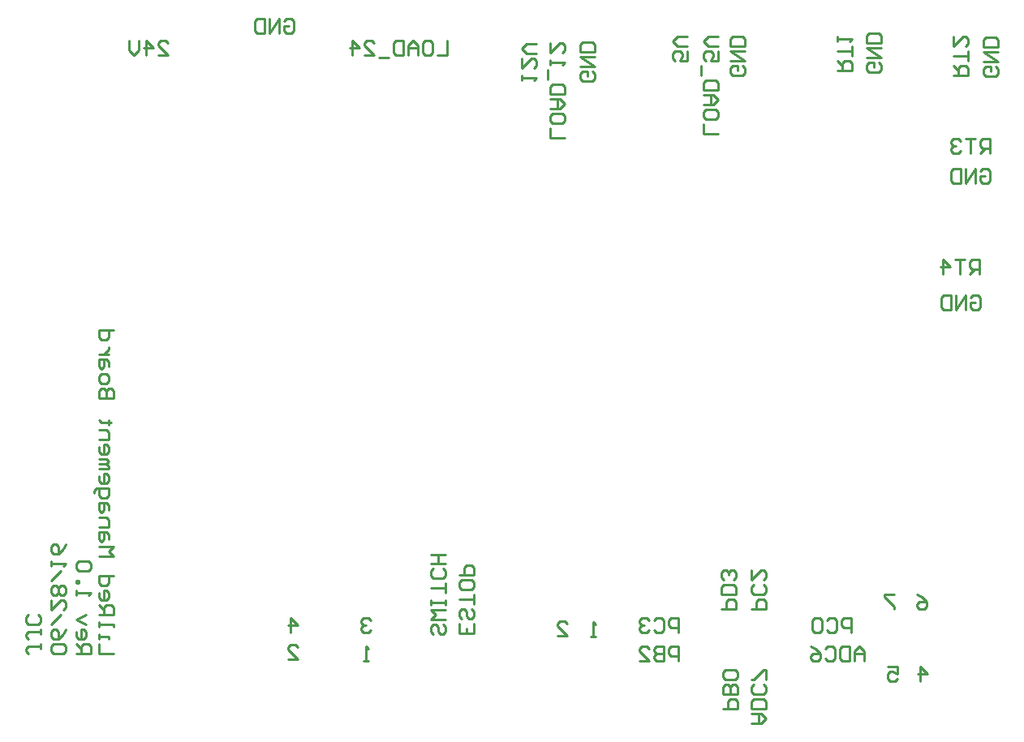
<source format=gbo>
%FSLAX24Y24*%
%MOIN*%
G70*
G01*
G75*
G04 Layer_Color=32896*
%ADD10R,0.0551X0.0591*%
%ADD11R,0.0354X0.0394*%
%ADD12R,0.0394X0.0354*%
%ADD13R,0.0315X0.0354*%
%ADD14R,0.0354X0.0315*%
%ADD15R,0.0591X0.0512*%
%ADD16R,0.0512X0.0591*%
%ADD17R,0.0610X0.0591*%
%ADD18R,0.0532X0.0157*%
%ADD19R,0.0433X0.0709*%
%ADD20O,0.0138X0.0669*%
%ADD21O,0.0886X0.0157*%
%ADD22O,0.0236X0.0768*%
%ADD23O,0.0768X0.0236*%
%ADD24R,0.0827X0.0157*%
%ADD25R,0.0394X0.0394*%
%ADD26R,0.0394X0.0394*%
%ADD27R,0.0512X0.1063*%
%ADD28R,0.0315X0.0315*%
%ADD29R,0.0315X0.0315*%
%ADD30R,0.0118X0.0571*%
%ADD31R,0.2047X0.3445*%
%ADD32C,0.0100*%
%ADD33C,0.0200*%
%ADD34C,0.0198*%
%ADD35C,0.3500*%
%ADD36C,0.0500*%
%ADD37C,0.0787*%
%ADD38C,0.1575*%
%ADD39C,0.0610*%
%ADD40C,0.0492*%
%ADD41C,0.0750*%
%ADD42C,0.0394*%
%ADD43C,0.2200*%
%ADD44C,0.0300*%
%ADD45C,0.0100*%
%ADD46C,0.0098*%
%ADD47C,0.0236*%
%ADD48C,0.0157*%
%ADD49C,0.0079*%
%ADD50C,0.0080*%
%ADD51R,0.0631X0.0671*%
%ADD52R,0.0434X0.0474*%
%ADD53R,0.0474X0.0434*%
%ADD54R,0.0395X0.0434*%
%ADD55R,0.0434X0.0395*%
%ADD56R,0.0671X0.0592*%
%ADD57R,0.0592X0.0671*%
%ADD58R,0.0690X0.0671*%
%ADD59R,0.0612X0.0237*%
%ADD60R,0.0513X0.0789*%
%ADD61O,0.0218X0.0749*%
%ADD62O,0.0966X0.0237*%
%ADD63O,0.0316X0.0848*%
%ADD64O,0.0848X0.0316*%
%ADD65R,0.0907X0.0237*%
%ADD66R,0.0474X0.0474*%
%ADD67R,0.0474X0.0474*%
%ADD68R,0.0592X0.1143*%
%ADD69R,0.0395X0.0395*%
%ADD70R,0.0395X0.0395*%
%ADD71R,0.0198X0.0651*%
%ADD72R,0.2127X0.3525*%
%ADD73C,0.0867*%
%ADD74C,0.1655*%
%ADD75C,0.0690*%
%ADD76C,0.0572*%
%ADD77C,0.0830*%
%ADD78C,0.0474*%
%ADD79C,0.2280*%
%ADD80C,0.0380*%
D32*
X1338Y3894D02*
Y3694D01*
Y3794D01*
X838D01*
X738Y3694D01*
Y3594D01*
X838Y3494D01*
X1338Y4494D02*
Y4294D01*
Y4394D01*
X838D01*
X738Y4294D01*
Y4194D01*
X838Y4094D01*
X1238Y5094D02*
X1338Y4994D01*
Y4794D01*
X1238Y4694D01*
X838D01*
X738Y4794D01*
Y4994D01*
X838Y5094D01*
X2271Y3494D02*
X2371Y3594D01*
Y3794D01*
X2271Y3894D01*
X1872D01*
X1772Y3794D01*
Y3594D01*
X1872Y3494D01*
X2271D01*
X2371Y4494D02*
X2271Y4294D01*
X2072Y4094D01*
X1872D01*
X1772Y4194D01*
Y4394D01*
X1872Y4494D01*
X1972D01*
X2072Y4394D01*
Y4094D01*
X1772Y4694D02*
X2172Y5094D01*
X1772Y5693D02*
Y5294D01*
X2172Y5693D01*
X2271D01*
X2371Y5593D01*
Y5393D01*
X2271Y5294D01*
Y5893D02*
X2371Y5993D01*
Y6193D01*
X2271Y6293D01*
X2172D01*
X2072Y6193D01*
X1972Y6293D01*
X1872D01*
X1772Y6193D01*
Y5993D01*
X1872Y5893D01*
X1972D01*
X2072Y5993D01*
X2172Y5893D01*
X2271D01*
X2072Y5993D02*
Y6193D01*
X1772Y6493D02*
X2172Y6893D01*
X1772Y7093D02*
Y7293D01*
Y7193D01*
X2371D01*
X2271Y7093D01*
X2371Y7993D02*
X2271Y7793D01*
X2072Y7593D01*
X1872D01*
X1772Y7693D01*
Y7893D01*
X1872Y7993D01*
X1972D01*
X2072Y7893D01*
Y7593D01*
X2805Y3494D02*
X3405D01*
Y3794D01*
X3305Y3894D01*
X3105D01*
X3005Y3794D01*
Y3494D01*
Y3694D02*
X2805Y3894D01*
Y4394D02*
Y4194D01*
X2905Y4094D01*
X3105D01*
X3205Y4194D01*
Y4394D01*
X3105Y4494D01*
X3005D01*
Y4094D01*
X3205Y4694D02*
X2805Y4894D01*
X3205Y5094D01*
X2805Y5893D02*
Y6093D01*
Y5993D01*
X3405D01*
X3305Y5893D01*
X2805Y6393D02*
X2905D01*
Y6493D01*
X2805D01*
Y6393D01*
X3305Y6893D02*
X3405Y6993D01*
Y7193D01*
X3305Y7293D01*
X2905D01*
X2805Y7193D01*
Y6993D01*
X2905Y6893D01*
X3305D01*
X4340Y3494D02*
X3740D01*
Y3894D01*
Y4094D02*
Y4294D01*
Y4194D01*
X4140D01*
Y4094D01*
X3740Y4594D02*
Y4794D01*
Y4694D01*
X4340D01*
Y4594D01*
X3740Y5094D02*
X4340D01*
Y5393D01*
X4240Y5493D01*
X4040D01*
X3940Y5393D01*
Y5094D01*
Y5294D02*
X3740Y5493D01*
Y5993D02*
Y5793D01*
X3840Y5693D01*
X4040D01*
X4140Y5793D01*
Y5993D01*
X4040Y6093D01*
X3940D01*
Y5693D01*
X4340Y6693D02*
X3740D01*
Y6393D01*
X3840Y6293D01*
X4040D01*
X4140Y6393D01*
Y6693D01*
X3740Y7493D02*
X4340D01*
X4140Y7693D01*
X4340Y7893D01*
X3740D01*
X4140Y8193D02*
Y8393D01*
X4040Y8492D01*
X3740D01*
Y8193D01*
X3840Y8093D01*
X3940Y8193D01*
Y8492D01*
X3740Y8692D02*
X4140D01*
Y8992D01*
X4040Y9092D01*
X3740D01*
X4140Y9392D02*
Y9592D01*
X4040Y9692D01*
X3740D01*
Y9392D01*
X3840Y9292D01*
X3940Y9392D01*
Y9692D01*
X3540Y10092D02*
Y10192D01*
X3640Y10292D01*
X4140D01*
Y9992D01*
X4040Y9892D01*
X3840D01*
X3740Y9992D01*
Y10292D01*
Y10792D02*
Y10592D01*
X3840Y10492D01*
X4040D01*
X4140Y10592D01*
Y10792D01*
X4040Y10892D01*
X3940D01*
Y10492D01*
X3740Y11092D02*
X4140D01*
Y11192D01*
X4040Y11292D01*
X3740D01*
X4040D01*
X4140Y11392D01*
X4040Y11492D01*
X3740D01*
Y11991D02*
Y11791D01*
X3840Y11691D01*
X4040D01*
X4140Y11791D01*
Y11991D01*
X4040Y12091D01*
X3940D01*
Y11691D01*
X3740Y12291D02*
X4140D01*
Y12591D01*
X4040Y12691D01*
X3740D01*
X4240Y12991D02*
X4140D01*
Y12891D01*
Y13091D01*
Y12991D01*
X3840D01*
X3740Y13091D01*
X4340Y13991D02*
X3740D01*
Y14291D01*
X3840Y14391D01*
X3940D01*
X4040Y14291D01*
Y13991D01*
Y14291D01*
X4140Y14391D01*
X4240D01*
X4340Y14291D01*
Y13991D01*
X3740Y14690D02*
Y14890D01*
X3840Y14990D01*
X4040D01*
X4140Y14890D01*
Y14690D01*
X4040Y14591D01*
X3840D01*
X3740Y14690D01*
X4140Y15290D02*
Y15490D01*
X4040Y15590D01*
X3740D01*
Y15290D01*
X3840Y15190D01*
X3940Y15290D01*
Y15590D01*
X4140Y15790D02*
X3740D01*
X3940D01*
X4040Y15890D01*
X4140Y15990D01*
Y16090D01*
X4340Y16790D02*
X3740D01*
Y16490D01*
X3840Y16390D01*
X4040D01*
X4140Y16490D01*
Y16790D01*
X29331Y5315D02*
X29931D01*
Y5615D01*
X29831Y5715D01*
X29631D01*
X29531Y5615D01*
Y5315D01*
X29931Y5915D02*
X29331D01*
Y6215D01*
X29431Y6315D01*
X29831D01*
X29931Y6215D01*
Y5915D01*
X29831Y6515D02*
X29931Y6615D01*
Y6814D01*
X29831Y6914D01*
X29731D01*
X29631Y6814D01*
Y6715D01*
Y6814D01*
X29531Y6914D01*
X29431D01*
X29331Y6814D01*
Y6615D01*
X29431Y6515D01*
X35187Y3199D02*
Y3599D01*
X34987Y3799D01*
X34787Y3599D01*
Y3199D01*
Y3499D01*
X35187D01*
X34587Y3799D02*
Y3199D01*
X34287D01*
X34187Y3299D01*
Y3699D01*
X34287Y3799D01*
X34587D01*
X33588Y3699D02*
X33687Y3799D01*
X33887D01*
X33987Y3699D01*
Y3299D01*
X33887Y3199D01*
X33687D01*
X33588Y3299D01*
X32988Y3799D02*
X33188Y3699D01*
X33388Y3499D01*
Y3299D01*
X33288Y3199D01*
X33088D01*
X32988Y3299D01*
Y3399D01*
X33088Y3499D01*
X33388D01*
X27559Y3199D02*
Y3799D01*
X27259D01*
X27159Y3699D01*
Y3499D01*
X27259Y3399D01*
X27559D01*
X26959Y3799D02*
Y3199D01*
X26659D01*
X26559Y3299D01*
Y3399D01*
X26659Y3499D01*
X26959D01*
X26659D01*
X26559Y3599D01*
Y3699D01*
X26659Y3799D01*
X26959D01*
X25960Y3199D02*
X26359D01*
X25960Y3599D01*
Y3699D01*
X26060Y3799D01*
X26259D01*
X26359Y3699D01*
X30561Y640D02*
X30961D01*
X31161Y840D01*
X30961Y1040D01*
X30561D01*
X30861D01*
Y640D01*
X31161Y1240D02*
X30561D01*
Y1539D01*
X30661Y1639D01*
X31061D01*
X31161Y1539D01*
Y1240D01*
X31061Y2239D02*
X31161Y2139D01*
Y1939D01*
X31061Y1839D01*
X30661D01*
X30561Y1939D01*
Y2139D01*
X30661Y2239D01*
X31161Y2439D02*
Y2839D01*
X31061D01*
X30661Y2439D01*
X30561D01*
X34646Y4380D02*
Y4980D01*
X34346D01*
X34246Y4880D01*
Y4680D01*
X34346Y4580D01*
X34646D01*
X33646Y4880D02*
X33746Y4980D01*
X33946D01*
X34046Y4880D01*
Y4480D01*
X33946Y4380D01*
X33746D01*
X33646Y4480D01*
X33446Y4880D02*
X33346Y4980D01*
X33146D01*
X33046Y4880D01*
Y4480D01*
X33146Y4380D01*
X33346D01*
X33446Y4480D01*
Y4880D01*
X29380Y1230D02*
X29980D01*
Y1530D01*
X29880Y1630D01*
X29680D01*
X29580Y1530D01*
Y1230D01*
X29980Y1830D02*
X29380D01*
Y2130D01*
X29480Y2230D01*
X29580D01*
X29680Y2130D01*
Y1830D01*
Y2130D01*
X29780Y2230D01*
X29880D01*
X29980Y2130D01*
Y1830D01*
X29880Y2430D02*
X29980Y2530D01*
Y2730D01*
X29880Y2830D01*
X29480D01*
X29380Y2730D01*
Y2530D01*
X29480Y2430D01*
X29880D01*
X30561Y5315D02*
X31161D01*
Y5615D01*
X31061Y5715D01*
X30861D01*
X30761Y5615D01*
Y5315D01*
X31061Y6315D02*
X31161Y6215D01*
Y6015D01*
X31061Y5915D01*
X30661D01*
X30561Y6015D01*
Y6215D01*
X30661Y6315D01*
X30561Y6914D02*
Y6515D01*
X30961Y6914D01*
X31061D01*
X31161Y6814D01*
Y6615D01*
X31061Y6515D01*
X27559Y4380D02*
Y4980D01*
X27259D01*
X27159Y4880D01*
Y4680D01*
X27259Y4580D01*
X27559D01*
X26559Y4880D02*
X26659Y4980D01*
X26859D01*
X26959Y4880D01*
Y4480D01*
X26859Y4380D01*
X26659D01*
X26559Y4480D01*
X26359Y4880D02*
X26259Y4980D01*
X26060D01*
X25960Y4880D01*
Y4780D01*
X26060Y4680D01*
X26160D01*
X26060D01*
X25960Y4580D01*
Y4480D01*
X26060Y4380D01*
X26259D01*
X26359Y4480D01*
X37486Y2362D02*
Y2962D01*
X37786Y2662D01*
X37386D01*
X37337Y5915D02*
X37537Y5815D01*
X37737Y5615D01*
Y5415D01*
X37637Y5315D01*
X37437D01*
X37337Y5415D01*
Y5515D01*
X37437Y5615D01*
X37737D01*
X36156Y2962D02*
X36556D01*
Y2662D01*
X36356Y2762D01*
X36256D01*
X36156Y2662D01*
Y2462D01*
X36256Y2362D01*
X36456D01*
X36556Y2462D01*
X36408Y5915D02*
X36008D01*
Y5815D01*
X36408Y5415D01*
Y5315D01*
X24163Y4183D02*
X23963D01*
X24063D01*
Y4783D01*
X24163Y4683D01*
X22582Y4232D02*
X22982D01*
X22582Y4632D01*
Y4732D01*
X22682Y4832D01*
X22882D01*
X22982Y4732D01*
X19153Y4731D02*
Y4331D01*
X18553D01*
Y4731D01*
X18853Y4331D02*
Y4531D01*
X19053Y5330D02*
X19153Y5230D01*
Y5030D01*
X19053Y4931D01*
X18953D01*
X18853Y5030D01*
Y5230D01*
X18753Y5330D01*
X18653D01*
X18553Y5230D01*
Y5030D01*
X18653Y4931D01*
X19153Y5530D02*
Y5930D01*
Y5730D01*
X18553D01*
X19153Y6430D02*
Y6230D01*
X19053Y6130D01*
X18653D01*
X18553Y6230D01*
Y6430D01*
X18653Y6530D01*
X19053D01*
X19153Y6430D01*
X18553Y6730D02*
X19153D01*
Y7030D01*
X19053Y7130D01*
X18853D01*
X18753Y7030D01*
Y6730D01*
X17872Y4681D02*
X17972Y4581D01*
Y4381D01*
X17872Y4281D01*
X17772D01*
X17672Y4381D01*
Y4581D01*
X17572Y4681D01*
X17472D01*
X17372Y4581D01*
Y4381D01*
X17472Y4281D01*
X17972Y4881D02*
X17372D01*
X17572Y5081D01*
X17372Y5281D01*
X17972D01*
Y5481D02*
Y5681D01*
Y5581D01*
X17372D01*
Y5481D01*
Y5681D01*
X17972Y5981D02*
Y6381D01*
Y6181D01*
X17372D01*
X17872Y6981D02*
X17972Y6881D01*
Y6681D01*
X17872Y6581D01*
X17472D01*
X17372Y6681D01*
Y6881D01*
X17472Y6981D01*
X17972Y7181D02*
X17372D01*
X17672D01*
Y7580D01*
X17972D01*
X17372D01*
X11510Y3248D02*
X11909D01*
X11510Y3648D01*
Y3748D01*
X11610Y3848D01*
X11809D01*
X11909Y3748D01*
X11610Y4380D02*
Y4980D01*
X11909Y4680D01*
X11510D01*
X14911Y4880D02*
X14811Y4980D01*
X14612D01*
X14512Y4880D01*
Y4780D01*
X14612Y4680D01*
X14711D01*
X14612D01*
X14512Y4580D01*
Y4480D01*
X14612Y4380D01*
X14811D01*
X14911Y4480D01*
X14813Y3199D02*
X14613D01*
X14713D01*
Y3799D01*
X14813Y3699D01*
X39551Y18118D02*
X39651Y18218D01*
X39851D01*
X39951Y18118D01*
Y17718D01*
X39851Y17618D01*
X39651D01*
X39551Y17718D01*
Y17918D01*
X39751D01*
X39351Y17618D02*
Y18218D01*
X38952Y17618D01*
Y18218D01*
X38752D02*
Y17618D01*
X38452D01*
X38352Y17718D01*
Y18118D01*
X38452Y18218D01*
X38752D01*
X39911Y19094D02*
Y19694D01*
X39612D01*
X39512Y19594D01*
Y19394D01*
X39612Y19294D01*
X39911D01*
X39711D02*
X39512Y19094D01*
X39312Y19694D02*
X38912D01*
X39112D01*
Y19094D01*
X38412D02*
Y19694D01*
X38712Y19394D01*
X38312D01*
X39954Y23334D02*
X40054Y23434D01*
X40254D01*
X40354Y23334D01*
Y22935D01*
X40254Y22835D01*
X40054D01*
X39954Y22935D01*
Y23135D01*
X40154D01*
X39755Y22835D02*
Y23434D01*
X39355Y22835D01*
Y23434D01*
X39155D02*
Y22835D01*
X38855D01*
X38755Y22935D01*
Y23334D01*
X38855Y23434D01*
X39155D01*
X40354Y24065D02*
Y24665D01*
X40054D01*
X39954Y24565D01*
Y24365D01*
X40054Y24265D01*
X40354D01*
X40154D02*
X39954Y24065D01*
X39755Y24665D02*
X39355D01*
X39555D01*
Y24065D01*
X39155Y24565D02*
X39055Y24665D01*
X38855D01*
X38755Y24565D01*
Y24465D01*
X38855Y24365D01*
X38955D01*
X38855D01*
X38755Y24265D01*
Y24165D01*
X38855Y24065D01*
X39055D01*
X39155Y24165D01*
X40599Y27614D02*
X40699Y27514D01*
Y27315D01*
X40599Y27215D01*
X40199D01*
X40099Y27315D01*
Y27514D01*
X40199Y27614D01*
X40399D01*
Y27415D01*
X40099Y27814D02*
X40699D01*
X40099Y28214D01*
X40699D01*
Y28414D02*
X40099D01*
Y28714D01*
X40199Y28814D01*
X40599D01*
X40699Y28714D01*
Y28414D01*
X38869Y27264D02*
X39468D01*
Y27564D01*
X39368Y27664D01*
X39168D01*
X39068Y27564D01*
Y27264D01*
Y27464D02*
X38869Y27664D01*
X39468Y27864D02*
Y28263D01*
Y28064D01*
X38869D01*
Y28863D02*
Y28463D01*
X39268Y28863D01*
X39368D01*
X39468Y28763D01*
Y28563D01*
X39368Y28463D01*
X35776Y27811D02*
X35876Y27711D01*
Y27511D01*
X35776Y27411D01*
X35376D01*
X35276Y27511D01*
Y27711D01*
X35376Y27811D01*
X35576D01*
Y27611D01*
X35276Y28011D02*
X35876D01*
X35276Y28411D01*
X35876D01*
Y28611D02*
X35276D01*
Y28911D01*
X35376Y29011D01*
X35776D01*
X35876Y28911D01*
Y28611D01*
X34095Y27461D02*
X34695D01*
Y27761D01*
X34595Y27861D01*
X34395D01*
X34295Y27761D01*
Y27461D01*
Y27661D02*
X34095Y27861D01*
X34695Y28060D02*
Y28460D01*
Y28260D01*
X34095D01*
Y28660D02*
Y28860D01*
Y28760D01*
X34695D01*
X34595Y28660D01*
X30175Y27664D02*
X30275Y27564D01*
Y27364D01*
X30175Y27264D01*
X29775D01*
X29675Y27364D01*
Y27564D01*
X29775Y27664D01*
X29975D01*
Y27464D01*
X29675Y27864D02*
X30275D01*
X29675Y28263D01*
X30275D01*
Y28463D02*
X29675D01*
Y28763D01*
X29775Y28863D01*
X30175D01*
X30275Y28763D01*
Y28463D01*
X29183Y24852D02*
X28583D01*
Y25252D01*
X29183Y25752D02*
Y25552D01*
X29083Y25452D01*
X28683D01*
X28583Y25552D01*
Y25752D01*
X28683Y25852D01*
X29083D01*
X29183Y25752D01*
X28583Y26052D02*
X28983D01*
X29183Y26252D01*
X28983Y26452D01*
X28583D01*
X28883D01*
Y26052D01*
X29183Y26652D02*
X28583D01*
Y26952D01*
X28683Y27052D01*
X29083D01*
X29183Y26952D01*
Y26652D01*
X28483Y27252D02*
Y27651D01*
X29183Y28251D02*
Y27851D01*
X28883D01*
X28983Y28051D01*
Y28151D01*
X28883Y28251D01*
X28683D01*
X28583Y28151D01*
Y27951D01*
X28683Y27851D01*
X29183Y28451D02*
X28783D01*
X28583Y28651D01*
X28783Y28851D01*
X29183D01*
X27903Y28254D02*
Y27854D01*
X27603D01*
X27703Y28054D01*
Y28154D01*
X27603Y28254D01*
X27404D01*
X27304Y28154D01*
Y27954D01*
X27404Y27854D01*
X27903Y28454D02*
X27503D01*
X27304Y28654D01*
X27503Y28854D01*
X27903D01*
X24023Y27418D02*
X24123Y27318D01*
Y27118D01*
X24023Y27018D01*
X23624D01*
X23524Y27118D01*
Y27318D01*
X23624Y27418D01*
X23824D01*
Y27218D01*
X23524Y27618D02*
X24123D01*
X23524Y28017D01*
X24123D01*
Y28217D02*
X23524D01*
Y28517D01*
X23624Y28617D01*
X24023D01*
X24123Y28517D01*
Y28217D01*
X22884Y24705D02*
X22284D01*
Y25105D01*
X22884Y25604D02*
Y25405D01*
X22784Y25305D01*
X22384D01*
X22284Y25405D01*
Y25604D01*
X22384Y25704D01*
X22784D01*
X22884Y25604D01*
X22284Y25904D02*
X22684D01*
X22884Y26104D01*
X22684Y26304D01*
X22284D01*
X22584D01*
Y25904D01*
X22884Y26504D02*
X22284D01*
Y26804D01*
X22384Y26904D01*
X22784D01*
X22884Y26804D01*
Y26504D01*
X22184Y27104D02*
Y27504D01*
X22284Y27704D02*
Y27904D01*
Y27804D01*
X22884D01*
X22784Y27704D01*
X22284Y28603D02*
Y28204D01*
X22684Y28603D01*
X22784D01*
X22884Y28503D01*
Y28304D01*
X22784Y28204D01*
X21103Y27067D02*
Y27267D01*
Y27167D01*
X21703D01*
X21603Y27067D01*
X21103Y27967D02*
Y27567D01*
X21503Y27967D01*
X21603D01*
X21703Y27867D01*
Y27667D01*
X21603Y27567D01*
X21703Y28167D02*
X21303D01*
X21103Y28367D01*
X21303Y28566D01*
X21703D01*
X18052Y28700D02*
Y28100D01*
X17652D01*
X17152Y28700D02*
X17352D01*
X17452Y28600D01*
Y28200D01*
X17352Y28100D01*
X17152D01*
X17052Y28200D01*
Y28600D01*
X17152Y28700D01*
X16852Y28100D02*
Y28500D01*
X16652Y28700D01*
X16452Y28500D01*
Y28100D01*
Y28400D01*
X16852D01*
X16252Y28700D02*
Y28100D01*
X15952D01*
X15852Y28200D01*
Y28600D01*
X15952Y28700D01*
X16252D01*
X15652Y28000D02*
X15252D01*
X14653Y28100D02*
X15053D01*
X14653Y28500D01*
Y28600D01*
X14753Y28700D01*
X14953D01*
X15053Y28600D01*
X14153Y28100D02*
Y28700D01*
X14453Y28400D01*
X14053D01*
X11362Y29486D02*
X11462Y29586D01*
X11662D01*
X11762Y29486D01*
Y29086D01*
X11662Y28986D01*
X11462D01*
X11362Y29086D01*
Y29286D01*
X11562D01*
X11162Y28986D02*
Y29586D01*
X10762Y28986D01*
Y29586D01*
X10562D02*
Y28986D01*
X10262D01*
X10162Y29086D01*
Y29486D01*
X10262Y29586D01*
X10562D01*
X6185Y28100D02*
X6585D01*
X6185Y28500D01*
Y28600D01*
X6285Y28700D01*
X6485D01*
X6585Y28600D01*
X5685Y28100D02*
Y28700D01*
X5985Y28400D01*
X5585D01*
X5385Y28700D02*
Y28300D01*
X5186Y28100D01*
X4986Y28300D01*
Y28700D01*
M02*

</source>
